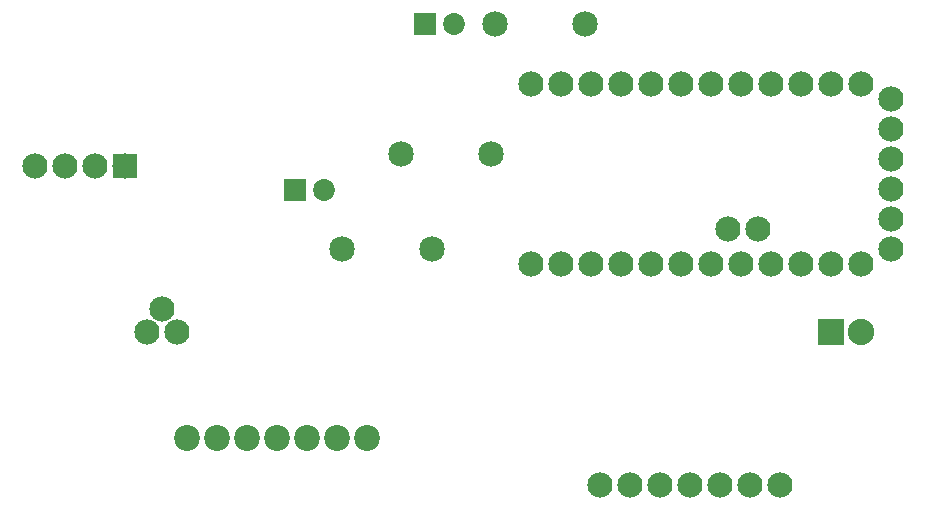
<source format=gts>
G04 MADE WITH FRITZING*
G04 WWW.FRITZING.ORG*
G04 DOUBLE SIDED*
G04 HOLES PLATED*
G04 CONTOUR ON CENTER OF CONTOUR VECTOR*
%ASAXBY*%
%FSLAX23Y23*%
%MOIN*%
%OFA0B0*%
%SFA1.0B1.0*%
%ADD10C,0.088000*%
%ADD11C,0.084000*%
%ADD12C,0.086500*%
%ADD13C,0.085000*%
%ADD14C,0.072992*%
%ADD15R,0.088000X0.088000*%
%ADD16R,0.084000X0.084000*%
%ADD17R,0.072992X0.072992*%
%LNMASK1*%
G90*
G70*
G54D10*
X2858Y1519D03*
X2958Y1519D03*
G54D11*
X2686Y1007D03*
X2586Y1007D03*
X2486Y1007D03*
X2386Y1007D03*
X2286Y1007D03*
X2186Y1007D03*
X2086Y1007D03*
X502Y2070D03*
X402Y2070D03*
X302Y2070D03*
X202Y2070D03*
G54D12*
X711Y1165D03*
X811Y1165D03*
X911Y1165D03*
X1011Y1165D03*
X1111Y1165D03*
X1211Y1165D03*
X1311Y1165D03*
G54D13*
X1723Y2110D03*
X1423Y2110D03*
X1526Y1795D03*
X1226Y1795D03*
X2038Y2543D03*
X1738Y2543D03*
G54D11*
X575Y1519D03*
X625Y1594D03*
X675Y1519D03*
X575Y1519D03*
X625Y1594D03*
X675Y1519D03*
G54D14*
X1502Y2543D03*
X1600Y2543D03*
X1069Y1992D03*
X1167Y1992D03*
G54D11*
X3058Y1796D03*
X3058Y1896D03*
X3058Y1996D03*
X3058Y2096D03*
X3058Y2196D03*
X3058Y2296D03*
X2958Y1746D03*
X2858Y1746D03*
X2758Y1746D03*
X2658Y1746D03*
X2558Y1746D03*
X2613Y1861D03*
X2513Y1861D03*
X2458Y1746D03*
X2358Y1746D03*
X2258Y1746D03*
X2158Y1746D03*
X2058Y1746D03*
X1958Y1746D03*
X1858Y1746D03*
X1858Y2346D03*
X1958Y2346D03*
X2058Y2346D03*
X2158Y2346D03*
X2258Y2346D03*
X2358Y2346D03*
X2458Y2346D03*
X2558Y2346D03*
X2658Y2346D03*
X2758Y2346D03*
X2858Y2346D03*
X2958Y2346D03*
G54D15*
X2858Y1519D03*
G54D16*
X502Y2070D03*
G54D17*
X1502Y2543D03*
X1069Y1992D03*
G04 End of Mask1*
M02*
</source>
